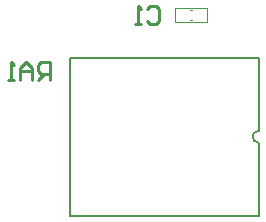
<source format=gbo>
G04*
G04 #@! TF.GenerationSoftware,Altium Limited,Altium Designer,21.3.2 (30)*
G04*
G04 Layer_Color=32896*
%FSTAX24Y24*%
%MOIN*%
G70*
G04*
G04 #@! TF.SameCoordinates,7CA10C46-D00E-43F5-BDD8-F0146F79C00B*
G04*
G04*
G04 #@! TF.FilePolarity,Positive*
G04*
G01*
G75*
%ADD10C,0.0100*%
%ADD11C,0.0079*%
%ADD29C,0.0040*%
D10*
X00875Y01145D02*
X00885Y01155D01*
X00905D01*
X00915Y01145D01*
Y01105D01*
X00905Y01095D01*
X00885D01*
X00875Y01105D01*
X00855Y01095D02*
X00835D01*
X00845D01*
Y01155D01*
X00855Y01145D01*
X0055Y0091D02*
Y0097D01*
X0052D01*
X0051Y0096D01*
Y0094D01*
X0052Y0093D01*
X0055D01*
X0053D02*
X0051Y0091D01*
X0049D02*
Y0095D01*
X0047Y0097D01*
X0045Y0095D01*
Y0091D01*
Y0094D01*
X0049D01*
X0043Y0091D02*
X0041D01*
X0042D01*
Y0097D01*
X0043Y0096D01*
D11*
X012456Y007397D02*
G03*
X012456Y007004I0J-000197D01*
G01*
Y004576D02*
Y007004D01*
Y007397D02*
Y009824D01*
X006157D02*
X012456D01*
X006157Y004576D02*
Y009824D01*
Y004576D02*
X012456D01*
D29*
X01016Y01109D02*
X01024D01*
X01016Y01141D02*
X01024D01*
X00966Y01148D02*
X01073D01*
X00966Y01102D02*
Y01148D01*
Y01102D02*
X01073D01*
Y01148D01*
M02*

</source>
